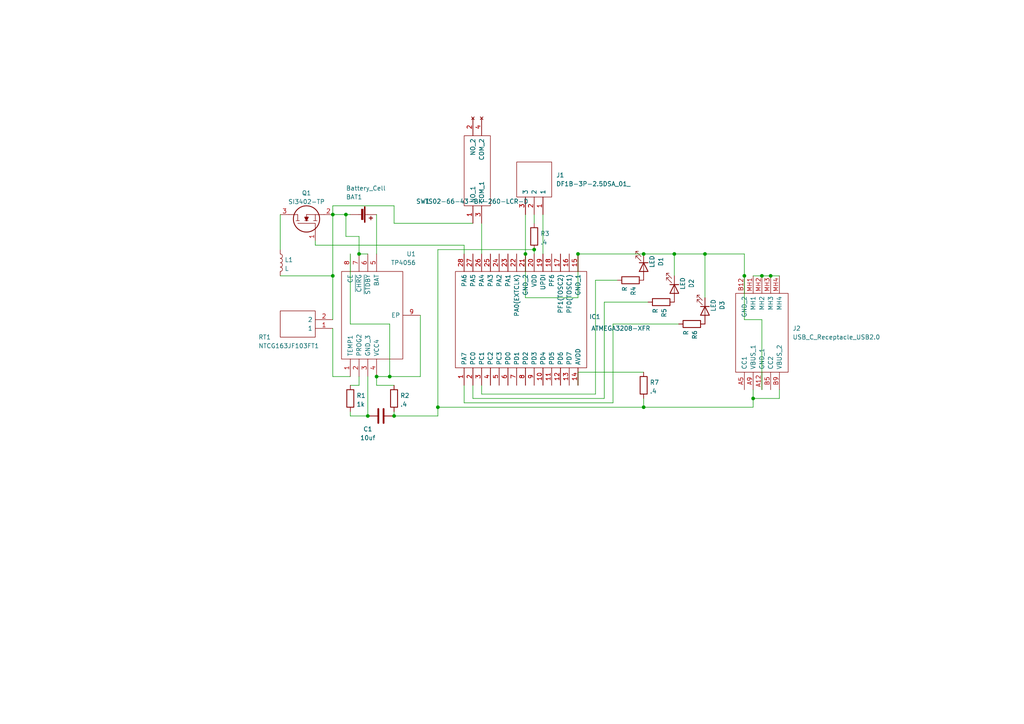
<source format=kicad_sch>
(kicad_sch (version 20211123) (generator eeschema)
  (paper "A4")
  (lib_symbols
    (symbol "Device:Battery_Cell" (pin_numbers hide) (pin_names (offset 0) hide)
      (property "Reference" "BT" (at 2.54 2.54 0))
      (property "Value" "Battery_Cell" (at 2.54 0 0))
      (symbol "Battery_Cell_0_1"
        (rectangle (start -2.286 1.778) (end 2.286 1.524) (fill (type outline)))
        (rectangle (start -1.5748 1.1938) (end 1.4732 0.6858) (fill (type outline)))
        (polyline (pts (xy 0 0.762) (xy 0 0)))
        (polyline (pts (xy 0 1.778) (xy 0 2.54)))
        (polyline (pts (xy 0.508 3.429) (xy 1.524 3.429)) (stroke (width 0.254)))
        (polyline (pts (xy 1.016 3.937) (xy 1.016 2.921)) (stroke (width 0.254)))
      )
      (symbol "Battery_Cell_1_1"
        (pin passive line (at 0 5.08 270) (length 2.54) (name "+") (number "1"))
        (pin passive line (at 0 -2.54 90) (length 2.54) (name "-") (number "2"))
      )
    )
    (symbol "Device:C" (pin_numbers hide) (pin_names (offset 0.254))
      (property "Reference" "C" (at 0.635 2.54 0))
      (property "Value" "C" (at 0.635 -2.54 0))
      (symbol "C_0_1"
        (polyline (pts (xy -2.032 -0.762) (xy 2.032 -0.762)) (stroke (width 0.508)))
        (polyline (pts (xy -2.032 0.762) (xy 2.032 0.762)) (stroke (width 0.508)))
      )
      (symbol "C_1_1"
        (pin passive line (at 0 3.81 270) (length 2.794) (name "~") (number "1"))
        (pin passive line (at 0 -3.81 90) (length 2.794) (name "~") (number "2"))
      )
    )
    (symbol "Device:L" (pin_numbers hide) (pin_names (offset 1.016) hide)
      (property "Reference" "L" (at -1.27 0 90))
      (property "Value" "L" (at 1.905 0 90))
      (symbol "L_0_1"
        (arc (start 0 -2.54) (mid 0.635 -1.905) (end 0 -1.27))
        (arc (start 0 -1.27) (mid 0.635 -0.635) (end 0 0))
        (arc (start 0 0) (mid 0.635 0.635) (end 0 1.27))
        (arc (start 0 1.27) (mid 0.635 1.905) (end 0 2.54))
      )
      (symbol "L_1_1"
        (pin passive line (at 0 3.81 270) (length 1.27) (name "1") (number "1"))
        (pin passive line (at 0 -3.81 90) (length 1.27) (name "2") (number "2"))
      )
    )
    (symbol "Device:LED" (pin_numbers hide) (pin_names (offset 1.016) hide)
      (property "Reference" "D" (at 0 2.54 0))
      (property "Value" "LED" (at 0 -2.54 0))
      (symbol "LED_0_1"
        (polyline (pts (xy -1.27 -1.27) (xy -1.27 1.27)) (stroke (width 0.254)))
        (polyline (pts (xy -1.27 0) (xy 1.27 0)))
        (polyline (pts (xy 1.27 -1.27) (xy 1.27 1.27) (xy -1.27 0) (xy 1.27 -1.27)) (stroke (width 0.254)))
        (polyline (pts (xy -3.048 -0.762) (xy -4.572 -2.286) (xy -3.81 -2.286) (xy -4.572 -2.286) (xy -4.572 -1.524)))
        (polyline (pts (xy -1.778 -0.762) (xy -3.302 -2.286) (xy -2.54 -2.286) (xy -3.302 -2.286) (xy -3.302 -1.524)))
      )
      (symbol "LED_1_1"
        (pin passive line (at -3.81 0 0) (length 2.54) (name "K") (number "1"))
        (pin passive line (at 3.81 0 180) (length 2.54) (name "A") (number "2"))
      )
    )
    (symbol "Device:R" (pin_numbers hide) (pin_names (offset 0))
      (property "Reference" "R" (at 2.032 0 90))
      (property "Value" "R" (at 0 0 90))
      (symbol "R_0_1"
        (rectangle (start -1.016 -2.54) (end 1.016 2.54) (stroke (width 0.254)))
      )
      (symbol "R_1_1"
        (pin passive line (at 0 3.81 270) (length 1.27) (name "~") (number "1"))
        (pin passive line (at 0 -3.81 90) (length 1.27) (name "~") (number "2"))
      )
    )
    (symbol "SamacSys_Parts:DF1B-3P-2.5DSA_01_" (pin_names (offset 0.762))
      (property "Reference" "J" (at 16.51 7.62 0))
      (property "Value" "DF1B-3P-2.5DSA_01_" (at 16.51 5.08 0))
      (symbol "DF1B-3P-2.5DSA_01__0_0"
        (pin passive line (at 0 0 0) (length 5.08) (name "1") (number "1"))
        (pin passive line (at 0 -2.54 0) (length 5.08) (name "2") (number "2"))
        (pin passive line (at 0 -5.08 0) (length 5.08) (name "3") (number "3"))
      )
      (symbol "DF1B-3P-2.5DSA_01__0_1"
        (polyline (pts (xy 5.08 2.54) (xy 15.24 2.54) (xy 15.24 -7.62) (xy 5.08 -7.62) (xy 5.08 2.54)) (stroke (width 0.1524)))
      )
    )
    (symbol "SamacSys_Parts:TS02-66-43-BK-260-LCR-D" (pin_names (offset 0.762))
      (property "Reference" "SW1" (at 6.35 16.5101 90))
      (property "Value" "TS02-66-43-BK-260-LCR-D" (at 6.35 13.9701 90))
      (symbol "TS02-66-43-BK-260-LCR-D_0_0"
        (pin passive line (at 0 0 0) (length 5.08) (name "NO_1") (number "1"))
        (pin no_connect line (at 30.48 0 180) (length 5.08) (name "NO_2") (number "2"))
        (pin passive line (at 0 -2.54 0) (length 5.08) (name "COM_1") (number "3"))
        (pin no_connect line (at 30.48 -2.54 180) (length 5.08) (name "COM_2") (number "4"))
      )
      (symbol "TS02-66-43-BK-260-LCR-D_0_1"
        (polyline (pts (xy 5.08 2.54) (xy 25.4 2.54) (xy 25.4 -5.08) (xy 5.08 -5.08) (xy 5.08 2.54)) (stroke (width 0.1524)))
      )
    )
    (symbol "SamacSys_Parts:USB4125-GF-A-0190" (pin_names (offset 0.762))
      (property "Reference" "J" (at 29.21 7.62 0))
      (property "Value" "USB4125-GF-A-0190" (at 29.21 5.08 0))
      (symbol "USB4125-GF-A-0190_0_0"
        (pin passive line (at 0 -5.08 0) (length 5.08) (name "GND_1") (number "A12"))
        (pin passive line (at 0 0 0) (length 5.08) (name "CC1") (number "A5"))
        (pin passive line (at 0 -2.54 0) (length 5.08) (name "VBUS_1") (number "A9"))
        (pin passive line (at 33.02 0 180) (length 5.08) (name "GND_2") (number "B12"))
        (pin passive line (at 0 -7.62 0) (length 5.08) (name "CC2") (number "B5"))
        (pin passive line (at 0 -10.16 0) (length 5.08) (name "VBUS_2") (number "B9"))
        (pin passive line (at 33.02 -2.54 180) (length 5.08) (name "MH1") (number "MH1"))
        (pin passive line (at 33.02 -5.08 180) (length 5.08) (name "MH2") (number "MH2"))
        (pin passive line (at 33.02 -7.62 180) (length 5.08) (name "MH3") (number "MH3"))
        (pin passive line (at 33.02 -10.16 180) (length 5.08) (name "MH4") (number "MH4"))
      )
      (symbol "USB4125-GF-A-0190_0_1"
        (polyline (pts (xy 5.08 2.54) (xy 27.94 2.54) (xy 27.94 -12.7) (xy 5.08 -12.7) (xy 5.08 2.54)) (stroke (width 0.1524)))
      )
    )
    (symbol "SamacSys_Parts_OLD:ATMEGA3208-XFR" (pin_names (offset 0.762))
      (property "Reference" "IC" (at 34.29 7.62 0))
      (property "Value" "ATMEGA3208-XFR" (at 34.29 5.08 0))
      (symbol "ATMEGA3208-XFR_0_0"
        (pin passive line (at 0 0 0) (length 5.08) (name "PA7") (number "1"))
        (pin passive line (at 0 -22.86 0) (length 5.08) (name "PD4") (number "10"))
        (pin passive line (at 0 -25.4 0) (length 5.08) (name "PD5") (number "11"))
        (pin passive line (at 0 -27.94 0) (length 5.08) (name "PD6") (number "12"))
        (pin passive line (at 0 -30.48 0) (length 5.08) (name "PD7") (number "13"))
        (pin passive line (at 0 -33.02 0) (length 5.08) (name "AVDD") (number "14"))
        (pin passive line (at 38.1 -33.02 180) (length 5.08) (name "GND_1") (number "15"))
        (pin passive line (at 38.1 -30.48 180) (length 5.08) (name "PF0(TOSC1)") (number "16"))
        (pin passive line (at 38.1 -27.94 180) (length 5.08) (name "PF1(TOSC2)") (number "17"))
        (pin passive line (at 38.1 -25.4 180) (length 5.08) (name "PF6") (number "18"))
        (pin passive line (at 38.1 -22.86 180) (length 5.08) (name "UPDI") (number "19"))
        (pin passive line (at 0 -2.54 0) (length 5.08) (name "PC0") (number "2"))
        (pin passive line (at 38.1 -20.32 180) (length 5.08) (name "VDD") (number "20"))
        (pin passive line (at 38.1 -17.78 180) (length 5.08) (name "GND_2") (number "21"))
        (pin passive line (at 38.1 -15.24 180) (length 5.08) (name "PA0(EXTCLK)") (number "22"))
        (pin passive line (at 38.1 -12.7 180) (length 5.08) (name "PA1") (number "23"))
        (pin passive line (at 38.1 -10.16 180) (length 5.08) (name "PA2") (number "24"))
        (pin passive line (at 38.1 -7.62 180) (length 5.08) (name "PA3") (number "25"))
        (pin passive line (at 38.1 -5.08 180) (length 5.08) (name "PA4") (number "26"))
        (pin passive line (at 38.1 -2.54 180) (length 5.08) (name "PA5") (number "27"))
        (pin passive line (at 38.1 0 180) (length 5.08) (name "PA6") (number "28"))
        (pin passive line (at 0 -5.08 0) (length 5.08) (name "PC1") (number "3"))
        (pin passive line (at 0 -7.62 0) (length 5.08) (name "PC2") (number "4"))
        (pin passive line (at 0 -10.16 0) (length 5.08) (name "PC3") (number "5"))
        (pin passive line (at 0 -12.7 0) (length 5.08) (name "PD0") (number "6"))
        (pin passive line (at 0 -15.24 0) (length 5.08) (name "PD1") (number "7"))
        (pin passive line (at 0 -17.78 0) (length 5.08) (name "PD2") (number "8"))
        (pin passive line (at 0 -20.32 0) (length 5.08) (name "PD3") (number "9"))
      )
      (symbol "ATMEGA3208-XFR_0_1"
        (polyline (pts (xy 5.08 2.54) (xy 33.02 2.54) (xy 33.02 -35.56) (xy 5.08 -35.56) (xy 5.08 2.54)) (stroke (width 0.1524)))
      )
    )
    (symbol "SamacSys_Parts_OLD:NTCG163JF103FT1" (pin_names (offset 0.762))
      (property "Reference" "RT" (at 16.51 7.62 0))
      (property "Value" "NTCG163JF103FT1" (at 16.51 5.08 0))
      (symbol "NTCG163JF103FT1_0_0"
        (pin passive line (at 0 0 0) (length 5.08) (name "1") (number "1"))
        (pin passive line (at 0 -2.54 0) (length 5.08) (name "2") (number "2"))
      )
      (symbol "NTCG163JF103FT1_0_1"
        (polyline (pts (xy 5.08 2.54) (xy 15.24 2.54) (xy 15.24 -5.08) (xy 5.08 -5.08) (xy 5.08 2.54)) (stroke (width 0.1524)))
      )
    )
    (symbol "SamacSys_Parts_OLD:SI3402-TP" (pin_names (offset 0.762))
      (property "Reference" "Q" (at 11.43 3.81 0))
      (property "Value" "SI3402-TP" (at 11.43 1.27 0))
      (symbol "SI3402-TP_0_0"
        (pin passive line (at 0 0 0) (length 2.54) (name "~") (number "1"))
        (pin passive line (at 7.62 -5.08 90) (length 2.54) (name "~") (number "2"))
        (pin passive line (at 7.62 10.16 270) (length 2.54) (name "~") (number "3"))
      )
      (symbol "SI3402-TP_0_1"
        (polyline (pts (xy 5.842 -0.508) (xy 5.842 0.508)) (stroke (width 0.1524)))
        (polyline (pts (xy 5.842 0) (xy 7.62 0)) (stroke (width 0.1524)))
        (polyline (pts (xy 5.842 2.032) (xy 5.842 3.048)) (stroke (width 0.1524)))
        (polyline (pts (xy 5.842 5.588) (xy 5.842 4.572)) (stroke (width 0.1524)))
        (polyline (pts (xy 7.62 2.54) (xy 5.842 2.54)) (stroke (width 0.1524)))
        (polyline (pts (xy 7.62 2.54) (xy 7.62 -2.54)) (stroke (width 0.1524)))
        (polyline (pts (xy 7.62 5.08) (xy 5.842 5.08)) (stroke (width 0.1524)))
        (polyline (pts (xy 7.62 5.08) (xy 7.62 7.62)) (stroke (width 0.1524)))
        (polyline (pts (xy 2.54 0) (xy 5.08 0) (xy 5.08 5.08)) (stroke (width 0.1524)))
        (polyline (pts (xy 5.842 2.54) (xy 6.858 3.048) (xy 6.858 2.032) (xy 5.842 2.54)) (stroke (width 0.254)) (fill (type outline)))
        (circle (center 6.35 2.54) (radius 3.81) (stroke (width 0.254)))
      )
    )
    (symbol "SamacSys_Parts_OLD:TP4056" (pin_names (offset 0.762))
      (property "Reference" "J" (at 31.75 7.62 0))
      (property "Value" "TP4056" (at 31.75 5.08 0))
      (symbol "TP4056_0_0"
        (pin passive line (at 0 0 0) (length 5.08) (name "TEMP1") (number "1"))
        (pin passive line (at 0 -2.54 0) (length 5.08) (name "PROG2") (number "2"))
        (pin passive line (at 0 -5.08 0) (length 5.08) (name "GND_3") (number "3"))
        (pin passive line (at 0 -7.62 0) (length 5.08) (name "VCC4") (number "4"))
        (pin passive line (at 35.56 -7.62 180) (length 5.08) (name "BAT") (number "5"))
        (pin passive line (at 35.56 -5.08 180) (length 5.08) (name "~{STDBY}") (number "6"))
        (pin passive line (at 35.56 -2.54 180) (length 5.08) (name "~{CHRG}") (number "7"))
        (pin passive line (at 35.56 0 180) (length 5.08) (name "CE") (number "8"))
        (pin passive line (at 17.78 -20.32 90) (length 5.08) (name "EP") (number "9"))
      )
      (symbol "TP4056_0_1"
        (polyline (pts (xy 5.08 2.54) (xy 30.48 2.54) (xy 30.48 -15.24) (xy 5.08 -15.24) (xy 5.08 2.54)) (stroke (width 0.1524)))
      )
    )
  )
  (junction (at 204.47 73.66))
  (junction (at 100.33 62.23))
  (junction (at 114.3 120.65))
  (junction (at 215.9 80.01))
  (junction (at 104.14 73.66))
  (junction (at 218.44 115.57))
  (junction (at 186.69 118.11))
  (junction (at 113.03 109.22))
  (junction (at 186.69 73.66))
  (junction (at 96.52 80.01))
  (junction (at 127 118.11))
  (junction (at 220.98 80.01))
  (junction (at 106.68 120.65))
  (junction (at 96.52 62.23))
  (junction (at 195.58 73.66))
  (junction (at 223.52 80.01))
  (junction (at 152.4 73.66))
  (junction (at 167.64 73.66))
  (junction (at 109.22 109.22))
  (junction (at 154.94 72.39))
  (wire (pts (xy 157.48 62.23) (xy 157.48 73.66)))
  (wire (pts (xy 177.8 93.98) (xy 177.8 116.84)))
  (wire (pts (xy 101.6 93.98) (xy 101.6 73.66)))
  (wire (pts (xy 104.14 68.58) (xy 100.33 68.58)))
  (wire (pts (xy 96.52 62.23) (xy 96.52 80.01)))
  (wire (pts (xy 220.98 113.03) (xy 220.98 92.71)))
  (wire (pts (xy 154.94 72.39) (xy 154.94 73.66)))
  (wire (pts (xy 114.3 59.69) (xy 96.52 59.69)))
  (wire (pts (xy 195.58 80.01) (xy 195.58 73.66)))
  (wire (pts (xy 96.52 62.23) (xy 100.33 62.23)))
  (wire (pts (xy 114.3 111.76) (xy 109.22 111.76)))
  (wire (pts (xy 101.6 111.76) (xy 104.14 111.76)))
  (wire (pts (xy 186.69 107.95) (xy 167.64 107.95)))
  (wire (pts (xy 96.52 59.69) (xy 96.52 62.23)))
  (wire (pts (xy 218.44 115.57) (xy 218.44 118.11)))
  (wire (pts (xy 109.22 109.22) (xy 113.03 109.22)))
  (wire (pts (xy 215.9 80.01) (xy 215.9 73.66)))
  (wire (pts (xy 96.52 80.01) (xy 96.52 92.71)))
  (wire (pts (xy 91.44 71.12) (xy 91.44 69.85)))
  (wire (pts (xy 196.85 93.98) (xy 177.8 93.98)))
  (wire (pts (xy 172.72 114.3) (xy 172.72 81.28)))
  (wire (pts (xy 186.69 115.57) (xy 186.69 118.11)))
  (wire (pts (xy 154.94 62.23) (xy 154.94 64.77)))
  (wire (pts (xy 91.44 71.12) (xy 134.62 71.12)))
  (wire (pts (xy 220.98 80.01) (xy 223.52 80.01)))
  (wire (pts (xy 167.64 73.66) (xy 167.64 86.36)))
  (wire (pts (xy 96.52 95.25) (xy 96.52 109.22)))
  (wire (pts (xy 137.16 115.57) (xy 175.26 115.57)))
  (wire (pts (xy 134.62 111.76) (xy 134.62 116.84)))
  (wire (pts (xy 204.47 73.66) (xy 215.9 73.66)))
  (wire (pts (xy 152.4 73.66) (xy 152.4 86.36)))
  (wire (pts (xy 106.68 109.22) (xy 106.68 120.65)))
  (wire (pts (xy 220.98 92.71) (xy 215.9 92.71)))
  (wire (pts (xy 186.69 73.66) (xy 195.58 73.66)))
  (wire (pts (xy 81.28 80.01) (xy 96.52 80.01)))
  (wire (pts (xy 167.64 73.66) (xy 186.69 73.66)))
  (wire (pts (xy 127 118.11) (xy 186.69 118.11)))
  (wire (pts (xy 204.47 86.36) (xy 204.47 73.66)))
  (wire (pts (xy 109.22 111.76) (xy 109.22 109.22)))
  (wire (pts (xy 139.7 111.76) (xy 139.7 114.3)))
  (wire (pts (xy 139.7 64.77) (xy 139.7 73.66)))
  (wire (pts (xy 139.7 114.3) (xy 172.72 114.3)))
  (wire (pts (xy 172.72 81.28) (xy 179.07 81.28)))
  (wire (pts (xy 134.62 116.84) (xy 177.8 116.84)))
  (wire (pts (xy 215.9 92.71) (xy 215.9 80.01)))
  (wire (pts (xy 101.6 120.65) (xy 106.68 120.65)))
  (wire (pts (xy 218.44 115.57) (xy 226.06 115.57)))
  (wire (pts (xy 226.06 115.57) (xy 226.06 113.03)))
  (wire (pts (xy 127 118.11) (xy 127 120.65)))
  (wire (pts (xy 81.28 62.23) (xy 81.28 72.39)))
  (wire (pts (xy 127 72.39) (xy 127 118.11)))
  (wire (pts (xy 121.92 91.44) (xy 121.92 109.22)))
  (wire (pts (xy 100.33 62.23) (xy 101.6 62.23)))
  (wire (pts (xy 96.52 109.22) (xy 101.6 109.22)))
  (wire (pts (xy 104.14 73.66) (xy 106.68 73.66)))
  (wire (pts (xy 154.94 72.39) (xy 127 72.39)))
  (wire (pts (xy 113.03 93.98) (xy 101.6 93.98)))
  (wire (pts (xy 113.03 109.22) (xy 113.03 93.98)))
  (wire (pts (xy 167.64 107.95) (xy 167.64 111.76)))
  (wire (pts (xy 186.69 118.11) (xy 218.44 118.11)))
  (wire (pts (xy 137.16 64.77) (xy 114.3 64.77)))
  (wire (pts (xy 114.3 64.77) (xy 114.3 59.69)))
  (wire (pts (xy 121.92 109.22) (xy 113.03 109.22)))
  (wire (pts (xy 223.52 80.01) (xy 226.06 80.01)))
  (wire (pts (xy 101.6 120.65) (xy 101.6 119.38)))
  (wire (pts (xy 137.16 111.76) (xy 137.16 115.57)))
  (wire (pts (xy 109.22 62.23) (xy 109.22 73.66)))
  (wire (pts (xy 218.44 113.03) (xy 218.44 115.57)))
  (wire (pts (xy 218.44 80.01) (xy 220.98 80.01)))
  (wire (pts (xy 114.3 119.38) (xy 114.3 120.65)))
  (wire (pts (xy 195.58 73.66) (xy 204.47 73.66)))
  (wire (pts (xy 134.62 71.12) (xy 134.62 73.66)))
  (wire (pts (xy 175.26 115.57) (xy 175.26 87.63)))
  (wire (pts (xy 114.3 120.65) (xy 127 120.65)))
  (wire (pts (xy 175.26 87.63) (xy 187.96 87.63)))
  (wire (pts (xy 152.4 62.23) (xy 152.4 73.66)))
  (wire (pts (xy 152.4 86.36) (xy 167.64 86.36)))
  (wire (pts (xy 104.14 73.66) (xy 104.14 68.58)))
  (wire (pts (xy 100.33 68.58) (xy 100.33 62.23)))
  (wire (pts (xy 104.14 109.22) (xy 104.14 111.76)))
  (symbol (lib_id "SamacSys_Parts_OLD:ATMEGA3208-XFR") (at 134.62 111.76 90) (unit 1)
    (property "Reference" "IC1" (at 170.8912 91.8753 90) (effects (justify right)))
    (property "Value" "ATMEGA3208-XFR" (at 171.45 95.25 90) (effects (justify right)))
    (property "Footprint" "Package_SO:SSOP-28_5.3x10.2mm_P0.65mm" (effects hide))
    (property "Datasheet" "https://componentsearchengine.com/Datasheets/1/ATMEGA3208-XFR.pdf" (effects hide))
    (property "Description" "8-bit Microcontrollers - MCU 20MHz, 32KB, SSOP28, Ind 125C, Green, T&R" (effects hide))
    (property "Height" "1.99" (effects hide))
    (property "Manufacturer_Name" "Microchip" (effects hide))
    (property "Manufacturer_Part_Number" "ATMEGA3208-XFR" (effects hide))
    (property "Mouser Part Number" "556-ATMEGA3208-XFR" (effects hide))
    (property "Mouser Price/Stock" "https://www.mouser.co.uk/ProductDetail/Microchip-Technology/ATMEGA3208-XFR?qs=y6ZabgHbY%252ByexExRqReahg%3D%3D" (effects hide))
  )
  (symbol (lib_id "Device:R") (at 191.77 87.63 270) (unit 1)
    (property "Reference" "R5" (at 192.6047 89.408 0) (effects (justify left)))
    (property "Value" "R" (at 190.0678 89.408 0) (effects (justify left)))
    (property "Footprint" "Resistor_SMD:R_0603_1608Metric_Pad0.98x0.95mm_HandSolder" (effects hide))
  )
  (symbol (lib_id "Device:R") (at 114.3 115.57 0) (unit 1)
    (property "Reference" "R2" (at 116.078 114.7353 0) (effects (justify left)))
    (property "Value" ".4" (at 116.078 117.2722 0) (effects (justify left)))
    (property "Footprint" "Resistor_SMD:R_0603_1608Metric_Pad0.98x0.95mm_HandSolder" (effects hide))
  )
  (symbol (lib_id "Device:LED") (at 204.47 90.17 270) (unit 1)
    (property "Reference" "D3" (at 209.4398 88.5825 0))
    (property "Value" "LED" (at 206.9029 88.5825 0))
    (property "Footprint" "LED_SMD:LED_0603_1608Metric_Pad1.05x0.95mm_HandSolder" (effects hide))
  )
  (symbol (lib_id "SamacSys_Parts:TS02-66-43-BK-260-LCR-D") (at 137.16 64.77 90) (unit 1)
    (property "Reference" "SW1" (at 120.6499 58.42 90) (effects (justify right)))
    (property "Value" "TS02-66-43-BK-260-LCR-D" (at 123.1899 58.42 90) (effects (justify right)))
    (property "Footprint" "TS026643BK260LCRD" (effects hide))
    (property "Datasheet" "https://www.cuidevices.com/product/resource/ts02.pdf" (effects hide))
    (property "Description" "Tactile Switches 6 x 6 mm, 4.3 mm Act Height, 260 gf, Black, Long Crimped, Through Hole, SPST," (effects hide))
    (property "Height" "4.5" (effects hide))
    (property "Manufacturer_Name" "CUI Inc." (effects hide))
    (property "Manufacturer_Part_Number" "TS02-66-43-BK-260-LCR-D" (effects hide))
    (property "Mouser Part Number" "179-TS026643BK260LCR" (effects hide))
    (property "Mouser Price/Stock" "https://www.mouser.co.uk/ProductDetail/CUI-Devices/TS02-66-43-BK-260-LCR-D?qs=A6eO%252BMLsxmQi%252BNuzcShOvg%3D%3D" (effects hide))
    (property "Arrow Part Number" "TS02-66-43-BK-260-LCR-D" (effects hide))
    (property "Arrow Price/Stock" "https://www.arrow.com/en/products/ts02-66-43-bk-260-lcr-d/cui-devices?region=nac" (effects hide))
  )
  (symbol (lib_id "Device:LED") (at 195.58 83.82 270) (unit 1)
    (property "Reference" "D2" (at 200.5498 82.2325 0))
    (property "Value" "LED" (at 198.0129 82.2325 0))
    (property "Footprint" "LED_SMD:LED_0603_1608Metric_Pad1.05x0.95mm_HandSolder" (effects hide))
  )
  (symbol (lib_id "SamacSys_Parts_OLD:SI3402-TP") (at 91.44 69.85 90) (unit 1)
    (property "Reference" "Q1" (at 88.9 55.9902 90))
    (property "Value" "SI3402-TP" (at 88.9 58.5271 90))
    (property "Footprint" "Package_TO_SOT_SMD:SOT-23" (effects hide))
    (property "Datasheet" "https://datasheet.datasheetarchive.com/originals/distributors/Datasheets_SAMA/db7fced084129088ac0abad969ba55b1.pdf" (effects hide))
    (property "Description" "MOSFET 30V,4A,N-CHANNEL MOSFET,SOT-23" (effects hide))
    (property "Height" "1.22" (effects hide))
    (property "Manufacturer_Name" "Micro Commercial Components (MCC)" (effects hide))
    (property "Manufacturer_Part_Number" "SI3402-TP" (effects hide))
    (property "Mouser Part Number" "833-SI3402-TP" (effects hide))
    (property "Mouser Price/Stock" "https://www.mouser.co.uk/ProductDetail/Micro-Commercial-Components-MCC/SI3402-TP?qs=y6ZabgHbY%252Bz%252BbnROIOEOVg%3D%3D" (effects hide))
    (property "Arrow Part Number" "SI3402-TP" (effects hide))
    (property "Arrow Price/Stock" "https://www.arrow.com/en/products/si3402-tp/micro-commercial-components?region=europe" (effects hide))
  )
  (symbol (lib_id "SamacSys_Parts_OLD:NTCG163JF103FT1") (at 96.52 95.25 180) (unit 1)
    (property "Reference" "RT1" (at 74.93 97.7931 0) (effects (justify right)))
    (property "Value" "NTCG163JF103FT1" (at 74.93 100.33 0) (effects (justify right)))
    (property "Footprint" "Resistor_SMD:R_0603_1608Metric_Pad0.98x0.95mm_HandSolder" (effects hide))
    (property "Datasheet" "https://product.tdk.com/system/files/dam/doc/product/sensor/ntc/chip-ntc-thermistor/catalog/tpd_commercial_ntc-thermistor_ntcg_en.pdf" (effects hide))
    (property "Description" "Chip NTC Thermistors (Sensor), Resistance (at 25?C)=10k?, Resistance Tolerance (at 25?C)=?1%" (effects hide))
    (property "Height" "0.9" (effects hide))
    (property "Manufacturer_Name" "TDK" (effects hide))
    (property "Manufacturer_Part_Number" "NTCG163JF103FT1" (effects hide))
    (property "Mouser Part Number" "810-NTCG163JF103FT1" (effects hide))
    (property "Mouser Price/Stock" "https://www.mouser.co.uk/ProductDetail/TDK/NTCG163JF103FT1?qs=f0gCvUGw%252BIyUP%2FT8hD9VGA%3D%3D" (effects hide))
    (property "Arrow Part Number" "NTCG163JF103FT1" (effects hide))
    (property "Arrow Price/Stock" "https://www.arrow.com/en/products/ntcg163jf103ft1/tdk?region=nac" (effects hide))
  )
  (symbol (lib_id "Device:R") (at 186.69 111.76 0) (unit 1)
    (property "Reference" "R7" (at 188.468 110.9253 0) (effects (justify left)))
    (property "Value" ".4" (at 188.468 113.4622 0) (effects (justify left)))
    (property "Footprint" "Resistor_SMD:R_0603_1608Metric_Pad0.98x0.95mm_HandSolder" (effects hide))
  )
  (symbol (lib_id "SamacSys_Parts:USB4125-GF-A-0190") (at 215.9 113.03 90) (unit 1)
    (property "Reference" "J2" (at 229.87 95.2499 90) (effects (justify right)))
    (property "Value" "USB_C_Receptacle_USB2.0" (at 229.87 97.7899 90) (effects (justify right)))
    (property "Footprint" "SamacSys_Parts:USB4125GFA0190" (effects hide))
    (property "Datasheet" "https://eu.mouser.com/datasheet/2/837/usb4125-2448699.pdf" (effects hide))
    (property "Description" "USB Connectors USB C Rec GF RA 6P SMT TH Stakes 1.9mm" (effects hide))
    (property "Height" "3.41" (effects hide))
    (property "Manufacturer_Name" "GCT (GLOBAL CONNECTOR TECHNOLOGY)" (effects hide))
    (property "Manufacturer_Part_Number" "USB4125-GF-A-0190" (effects hide))
    (property "Mouser Part Number" "640-USB4125-GF-A-190" (effects hide))
    (property "Mouser Price/Stock" "https://www.mouser.co.uk/ProductDetail/GCT/USB4125-GF-A-0190?qs=QNEnbhJQKvbCz4hEJBS24w%3D%3D" (effects hide))
  )
  (symbol (lib_id "SamacSys_Parts:DF1B-3P-2.5DSA_01_") (at 157.48 62.23 270) (mirror x) (unit 1)
    (property "Reference" "J1" (at 161.29 50.7999 90) (effects (justify left)))
    (property "Value" "DF1B-3P-2.5DSA_01_" (at 161.29 53.3399 90) (effects (justify left)))
    (property "Footprint" "DF1B3P25DSA01" (effects hide))
    (property "Datasheet" "https://www.hirose.com/product/download/?distributor=digikey&type=2d&lang=en&num=DF1B-3P-2.5DSA(01)" (effects hide))
    (property "Description" "Headers & Wire Housings 2.5MM V SNG ROW HDR 3P THRU-HOLE GOLD" (effects hide))
    (property "Height" "9.7" (effects hide))
    (property "Manufacturer_Name" "Hirose" (effects hide))
    (property "Manufacturer_Part_Number" "DF1B-3P-2.5DSA(01)" (effects hide))
    (property "Mouser Part Number" "798-DF1B-3P-2.5DSA01" (effects hide))
    (property "Mouser Price/Stock" "https://www.mouser.co.uk/ProductDetail/Hirose-Connector/DF1B-3P-25DSA01?qs=zOgoZG1CgI%2F0mpGhbvQnew%3D%3D" (effects hide))
    (property "Arrow Part Number" "DF1B-3P-2.5DSA(01)" (effects hide))
    (property "Arrow Price/Stock" "https://www.arrow.com/en/products/df1b-3p-2.5dsa-01/hirose-electric" (effects hide))
  )
  (symbol (lib_id "Device:LED") (at 186.69 77.47 270) (unit 1)
    (property "Reference" "D1" (at 191.6598 75.8825 0))
    (property "Value" "LED" (at 189.1229 75.8825 0))
    (property "Footprint" "LED_SMD:LED_0603_1608Metric_Pad1.05x0.95mm_HandSolder" (effects hide))
  )
  (symbol (lib_id "Device:Battery_Cell") (at 104.14 62.23 270) (unit 1)
    (property "Reference" "BAT1" (at 100.33 57.1469 90) (effects (justify left)))
    (property "Value" "Battery_Cell" (at 100.33 54.61 90) (effects (justify left)))
    (property "Footprint" "Connector_Wire:SolderWire-0.5sqmm_1x02_P4.6mm_D0.9mm_OD2.1mm" (effects hide))
  )
  (symbol (lib_id "SamacSys_Parts_OLD:TP4056") (at 101.6 109.22 90) (unit 1)
    (property "Reference" "U1" (at 120.65 73.66 90) (effects (justify left)))
    (property "Value" "TP4056" (at 120.65 76.1969 90) (effects (justify left)))
    (property "Footprint" "Package_SO:HTSOP-8-1EP_3.9x4.9mm_P1.27mm_EP2.4x3.2mm" (effects hide))
    (property "Datasheet" "https://dlnmh9ip6v2uc.cloudfront.net/datasheets/Prototyping/TP4056.pdf" (effects hide))
    (property "Description" "1A Standalone Linear Li-lon Battery Charger, SOP-8" (effects hide))
    (property "Height" "1.75" (effects hide))
    (property "Manufacturer_Name" "NanJing Top Power" (effects hide))
    (property "Manufacturer_Part_Number" "TP4056" (effects hide))
  )
  (symbol (lib_id "Device:R") (at 101.6 115.57 0) (unit 1)
    (property "Reference" "R1" (at 103.378 114.7353 0) (effects (justify left)))
    (property "Value" "1k" (at 103.378 117.2722 0) (effects (justify left)))
    (property "Footprint" "Resistor_SMD:R_0603_1608Metric_Pad0.98x0.95mm_HandSolder" (effects hide))
  )
  (symbol (lib_id "Device:R") (at 154.94 68.58 0) (unit 1)
    (property "Reference" "R3" (at 156.718 67.7453 0) (effects (justify left)))
    (property "Value" ".4" (at 156.718 70.2822 0) (effects (justify left)))
    (property "Footprint" "Resistor_SMD:R_0603_1608Metric_Pad0.98x0.95mm_HandSolder" (effects hide))
  )
  (symbol (lib_id "Device:R") (at 200.66 93.98 270) (unit 1)
    (property "Reference" "R6" (at 201.4947 95.758 0) (effects (justify left)))
    (property "Value" "R" (at 198.9578 95.758 0) (effects (justify left)))
    (property "Footprint" "Resistor_SMD:R_0603_1608Metric_Pad0.98x0.95mm_HandSolder" (effects hide))
  )
  (symbol (lib_id "Device:L") (at 81.28 76.2 0) (unit 1)
    (property "Reference" "L1" (at 82.55 75.3653 0) (effects (justify left)))
    (property "Value" "L" (at 82.55 77.9022 0) (effects (justify left)))
    (property "Footprint" "Connector_Wire:SolderWire-0.5sqmm_1x02_P4.6mm_D0.9mm_OD2.1mm" (effects hide))
  )
  (symbol (lib_id "Device:C") (at 110.49 120.65 90) (mirror x) (unit 1)
    (property "Reference" "C1" (at 106.68 124.46 90))
    (property "Value" "10uf" (at 106.68 126.9969 90))
    (property "Footprint" "Capacitor_SMD:C_0603_1608Metric_Pad1.08x0.95mm_HandSolder" (effects hide))
  )
  (symbol (lib_id "Device:R") (at 182.88 81.28 270) (unit 1)
    (property "Reference" "R4" (at 183.7147 83.058 0) (effects (justify left)))
    (property "Value" "R" (at 181.1778 83.058 0) (effects (justify left)))
    (property "Footprint" "Resistor_SMD:R_0603_1608Metric_Pad0.98x0.95mm_HandSolder" (effects hide))
  )
)
</source>
